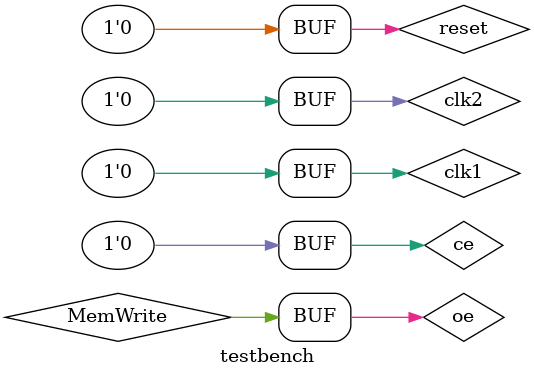
<source format=sv>

module testbench();
	
	// Processor signals
   logic  clk1, clk2;
   logic  reset;
	
	// Memory interface
	logic        MemWrite; // active high
	wire  [15:0] MemData;
   logic [7:0]  Adr;
	
	// Internal Signals and Combinational Logic
	// To be handled on PCB
	
	// SRAM interface
	logic ce; // chip enable, active low
	logic oe; // output enable, active low
	logic we; // write enable, active low

	assign ce = 1'b0;
	assign oe = MemWrite; // output enabled when not writing
	assign we = !MemWrite;
	
	// Instantiating the processor
   top dut(clk1, clk2, reset, MemWrite, Adr, MemData[14:8], MemData[7:0]);

	// Instantiating the SRAM
	sram mem(ce, oe, we, Adr, MemData);

	// Opening the testvector file and setting up memory
	// Pulsing reset to initialize the processor
	initial
	begin
		// NOTE: sram module automatically initializes memory
		// from memfile.dat
		clk2 = 0; reset = 1; #19; reset = 0;
	end

	// Creating the clock
	always
	begin
		clk1 <= 1; # 3; clk1 <= 0; # 2;
		clk2 <= 1; # 3; clk2 <= 0; # 2;
	end
	
	// Executing Instructions
	always @(negedge clk2) 
	begin
		//Insert condition here (similar to Lab 10/11, need instructions first)
	end
endmodule

</source>
